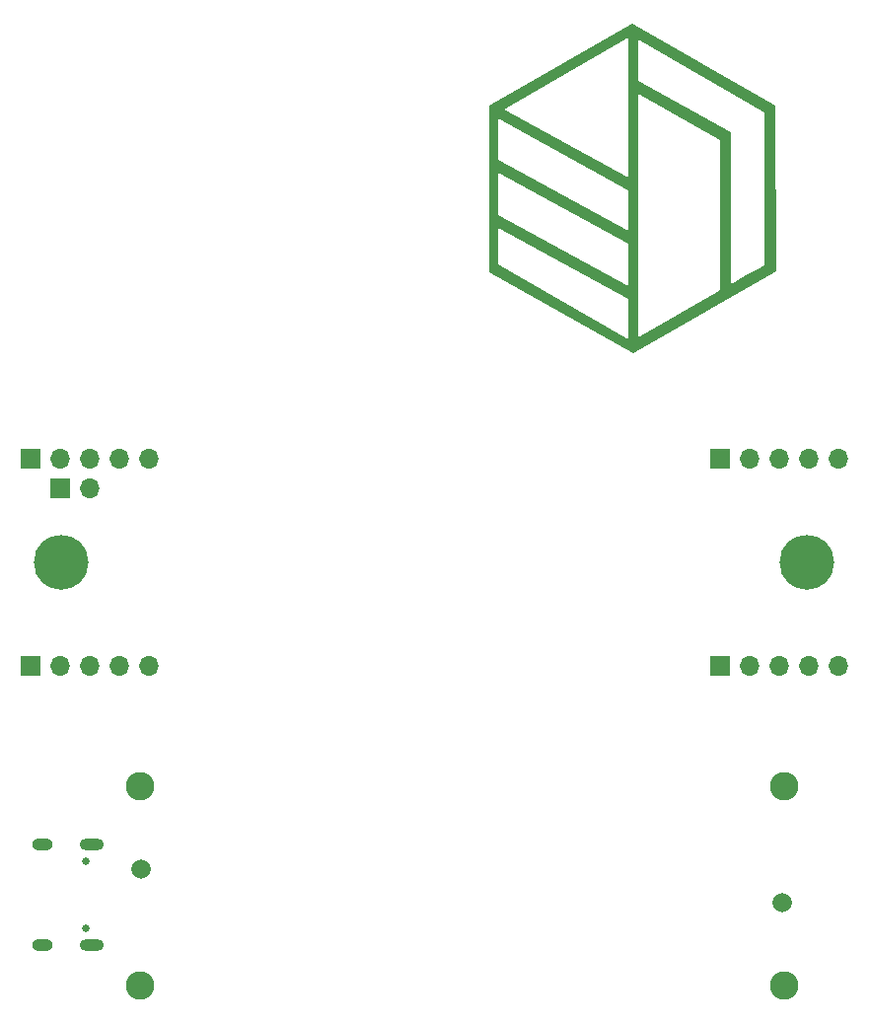
<source format=gbr>
%TF.GenerationSoftware,KiCad,Pcbnew,8.0.5*%
%TF.CreationDate,2025-08-16T16:19:27-04:00*%
%TF.ProjectId,TagTag,54616754-6167-42e6-9b69-6361645f7063,1.2*%
%TF.SameCoordinates,Original*%
%TF.FileFunction,Soldermask,Bot*%
%TF.FilePolarity,Negative*%
%FSLAX46Y46*%
G04 Gerber Fmt 4.6, Leading zero omitted, Abs format (unit mm)*
G04 Created by KiCad (PCBNEW 8.0.5) date 2025-08-16 16:19:27*
%MOMM*%
%LPD*%
G01*
G04 APERTURE LIST*
%ADD10C,0.000000*%
%ADD11C,4.700000*%
%ADD12C,0.650000*%
%ADD13O,2.100000X1.000000*%
%ADD14O,1.800000X1.000000*%
%ADD15C,1.670000*%
%ADD16C,2.454000*%
%ADD17R,1.700000X1.700000*%
%ADD18O,1.700000X1.700000*%
G04 APERTURE END LIST*
D10*
G36*
X221299525Y-68970746D02*
G01*
X221325323Y-83262213D01*
X209047996Y-90273008D01*
X196744869Y-83280073D01*
X196743734Y-82651026D01*
X196738007Y-79478011D01*
X197477104Y-79478011D01*
X197477104Y-82651026D01*
X208666995Y-89088336D01*
X208666995Y-88909745D01*
X208666995Y-85617666D01*
X197477104Y-79478011D01*
X196738007Y-79478011D01*
X196736026Y-78380651D01*
X196729439Y-74731387D01*
X197477104Y-74731387D01*
X197477104Y-78380651D01*
X208666995Y-84520308D01*
X208666995Y-80871043D01*
X197477104Y-74731387D01*
X196729439Y-74731387D01*
X196727458Y-73634027D01*
X196721085Y-70103824D01*
X197477104Y-70103824D01*
X197477104Y-73634027D01*
X208666993Y-79773684D01*
X208666993Y-76243480D01*
X197477104Y-70103824D01*
X196721085Y-70103824D01*
X196719638Y-69302136D01*
X197949384Y-69302136D01*
X197949385Y-69302136D01*
X208666993Y-75146121D01*
X208666993Y-67966652D01*
X209496463Y-67966652D01*
X209496463Y-88909745D01*
X216447728Y-84929090D01*
X216544962Y-84730652D01*
X216533057Y-71921511D01*
X209496463Y-67966652D01*
X208666993Y-67966652D01*
X208666993Y-66871278D01*
X208666993Y-63341075D01*
X209496460Y-63341075D01*
X209496460Y-66871278D01*
X217429990Y-71290481D01*
X217429990Y-84341714D01*
X217429993Y-84341714D01*
X217752295Y-84151110D01*
X218080713Y-83965086D01*
X218746875Y-83599806D01*
X219410432Y-83231921D01*
X219735594Y-83042642D01*
X220053338Y-82847479D01*
X220073899Y-82834969D01*
X220095226Y-82822648D01*
X220139161Y-82798026D01*
X220183096Y-82772520D01*
X220204424Y-82759093D01*
X220224985Y-82745037D01*
X220244523Y-82730212D01*
X220262781Y-82714484D01*
X220279505Y-82697715D01*
X220287211Y-82688898D01*
X220294438Y-82679769D01*
X220301153Y-82670312D01*
X220307325Y-82660509D01*
X220312921Y-82650344D01*
X220317910Y-82639799D01*
X220322259Y-82628857D01*
X220325936Y-82617502D01*
X220328911Y-82605715D01*
X220331149Y-82593481D01*
X220321224Y-69609715D01*
X209496460Y-63341075D01*
X208666993Y-63341075D01*
X208666993Y-63162481D01*
X197949384Y-69302136D01*
X196719638Y-69302136D01*
X196719073Y-68988606D01*
X208996400Y-61977809D01*
X221299525Y-68970746D01*
G37*
D11*
%TO.C,H7*%
X160000000Y-108200000D03*
%TD*%
%TO.C,H8*%
X224000000Y-108200000D03*
%TD*%
D12*
%TO.C,J1*%
X162064795Y-133829783D03*
X162064795Y-139609783D03*
D13*
X162584795Y-132399783D03*
X162584795Y-141039783D03*
D14*
X158384795Y-132399783D03*
X158384795Y-141039783D03*
%TD*%
D15*
%TO.C,BT1*%
X166850000Y-134500000D03*
D16*
X166700000Y-127400000D03*
X222000000Y-127400000D03*
%TD*%
D15*
%TO.C,BT2*%
X221846238Y-137400000D03*
D16*
X221996238Y-144500000D03*
X166696238Y-144500000D03*
%TD*%
D17*
%TO.C,WIS3*%
X157340445Y-99300000D03*
D18*
X159880445Y-99300000D03*
X162420445Y-99300000D03*
X164960445Y-99300000D03*
X167500445Y-99300000D03*
%TD*%
D17*
%TO.C,WIS4*%
X157340445Y-117090000D03*
D18*
X159880445Y-117090000D03*
X162420445Y-117090000D03*
X164960445Y-117090000D03*
X167500445Y-117090000D03*
%TD*%
D17*
%TO.C,J2*%
X159843375Y-101866875D03*
D18*
X162383375Y-101866875D03*
%TD*%
D17*
%TO.C,WIS2*%
X216503970Y-117090000D03*
D18*
X219043970Y-117090000D03*
X221583970Y-117090000D03*
X224123970Y-117090000D03*
X226663970Y-117090000D03*
%TD*%
D17*
%TO.C,WIS1*%
X216520341Y-99300000D03*
D18*
X219060341Y-99300000D03*
X221600341Y-99300000D03*
X224140341Y-99300000D03*
X226680341Y-99300000D03*
%TD*%
M02*

</source>
